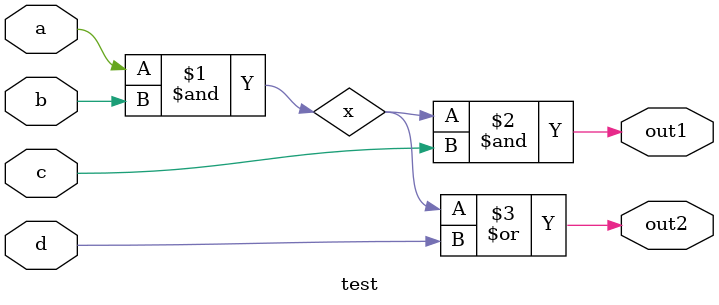
<source format=v>

module test(a, b, c, d, out1, out2);
	input a, b, c, d;
	output out1, out2;
	wire x;
	assign x=a&b;
	assign out1=x&c;
	assign out2=x|d;

endmodule
</source>
